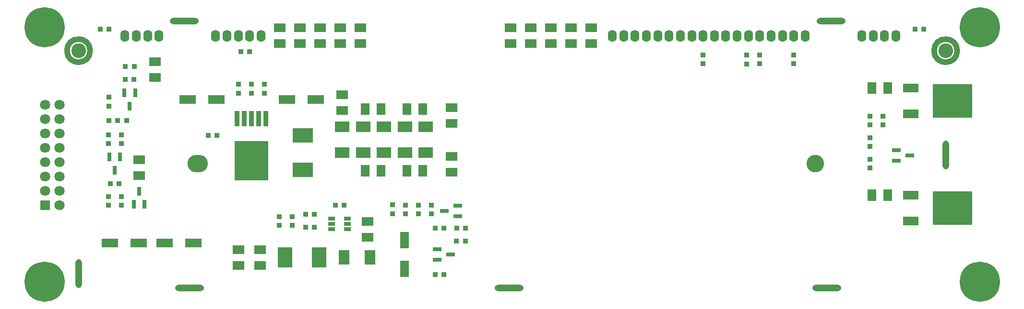
<source format=gbs>
G04*
G04 #@! TF.GenerationSoftware,Altium Limited,Altium Designer,22.1.2 (22)*
G04*
G04 Layer_Color=16711935*
%FSLAX25Y25*%
%MOIN*%
G70*
G04*
G04 #@! TF.SameCoordinates,8EE64DC1-8580-4971-BFB0-55DE03F2C5D5*
G04*
G04*
G04 #@! TF.FilePolarity,Negative*
G04*
G01*
G75*
%ADD12O,0.20085X0.04337*%
%ADD13O,0.14179X0.12211*%
%ADD14O,0.04337X0.20085*%
%ADD15O,0.06266X0.08274*%
%ADD16C,0.12211*%
%ADD17C,0.10243*%
%ADD18C,0.27959*%
%ADD19C,0.07093*%
%ADD20R,0.07093X0.07093*%
%ADD53C,0.04100*%
%ADD54R,0.06109X0.02762*%
%ADD55R,0.03747X0.03747*%
%ADD56R,0.02762X0.06109*%
%ADD57R,0.06124X0.11817*%
%ADD58R,0.11817X0.06124*%
%ADD59R,0.03747X0.03747*%
%ADD60R,0.08400X0.06400*%
%ADD61R,0.07687X0.10243*%
%ADD62R,0.04900X0.02800*%
%ADD63R,0.10085X0.14179*%
%ADD64R,0.14179X0.10085*%
%ADD65R,0.03550X0.10636*%
%ADD66R,0.23235X0.27175*%
%ADD67R,0.10243X0.07687*%
%ADD68R,0.27175X0.23235*%
%ADD69R,0.10636X0.05912*%
%ADD70R,0.06400X0.08400*%
D12*
X120473Y15256D02*
D03*
X116929Y201279D02*
D03*
X562992Y15256D02*
D03*
X342520D02*
D03*
X565945Y201279D02*
D03*
D13*
X125984Y101870D02*
D03*
D14*
X43307Y25098D02*
D03*
X645669Y107776D02*
D03*
D15*
X611024Y190846D02*
D03*
X603150D02*
D03*
X595276D02*
D03*
X587402D02*
D03*
X548032D02*
D03*
X540158D02*
D03*
X532284D02*
D03*
X524410D02*
D03*
X516536D02*
D03*
X508662D02*
D03*
X500788D02*
D03*
X492914D02*
D03*
X485040D02*
D03*
X477166D02*
D03*
X453544D02*
D03*
X469292D02*
D03*
X461418D02*
D03*
X445670D02*
D03*
X437796D02*
D03*
X429922D02*
D03*
X422048D02*
D03*
X414174D02*
D03*
X83464D02*
D03*
X170079D02*
D03*
X162205D02*
D03*
X154331D02*
D03*
X146457D02*
D03*
X138583D02*
D03*
X99212D02*
D03*
X91338D02*
D03*
X75590D02*
D03*
D16*
X555118Y101870D02*
D03*
D17*
X43307Y180610D02*
D03*
X645669D02*
D03*
D18*
X19685Y19685D02*
D03*
X669291D02*
D03*
Y196850D02*
D03*
X19685D02*
D03*
D19*
X30000Y143000D02*
D03*
X20000D02*
D03*
Y133000D02*
D03*
X30000D02*
D03*
Y123000D02*
D03*
X20000D02*
D03*
Y113000D02*
D03*
X30000D02*
D03*
Y103000D02*
D03*
X20000D02*
D03*
Y93000D02*
D03*
X30000D02*
D03*
Y83000D02*
D03*
X20000D02*
D03*
X30000Y73000D02*
D03*
D20*
X20000D02*
D03*
D53*
X653731Y180610D02*
G03*
X653731Y180610I-8062J0D01*
G01*
X51369D02*
G03*
X51369Y180610I-8062J0D01*
G01*
D54*
X297374Y69000D02*
D03*
X306626Y65260D02*
D03*
Y72740D02*
D03*
X292374Y34760D02*
D03*
Y42240D02*
D03*
X301626Y38500D02*
D03*
X620626Y107500D02*
D03*
X611374Y111240D02*
D03*
Y103760D02*
D03*
D55*
X306000Y57000D02*
D03*
X312102D02*
D03*
X290949Y24500D02*
D03*
X297051D02*
D03*
X207209Y66501D02*
D03*
X201107D02*
D03*
X227709Y73001D02*
D03*
X221607D02*
D03*
X207209Y57501D02*
D03*
X201107D02*
D03*
X297051Y57000D02*
D03*
X290949D02*
D03*
X312000Y48000D02*
D03*
X305898D02*
D03*
X139500Y121500D02*
D03*
X133398D02*
D03*
X64551Y195500D02*
D03*
X58449D02*
D03*
X624449D02*
D03*
X630551D02*
D03*
X75874Y169449D02*
D03*
X81976D02*
D03*
X75772Y160449D02*
D03*
X81874D02*
D03*
X65449Y88000D02*
D03*
X71551D02*
D03*
X70500Y132000D02*
D03*
X64398D02*
D03*
X76602D02*
D03*
X155949Y180000D02*
D03*
X162051D02*
D03*
D56*
X64760Y106575D02*
D03*
X72240D02*
D03*
X68500Y97323D02*
D03*
X89240Y73425D02*
D03*
X81760D02*
D03*
X85500Y82677D02*
D03*
X75134Y151075D02*
D03*
X82614D02*
D03*
X78874Y141823D02*
D03*
D57*
X269660Y48541D02*
D03*
Y28462D02*
D03*
D58*
X118960Y146502D02*
D03*
X139039D02*
D03*
X187960D02*
D03*
X208039D02*
D03*
X123039Y46500D02*
D03*
X102961D02*
D03*
X85039D02*
D03*
X64961D02*
D03*
D59*
X270500Y73051D02*
D03*
Y66949D02*
D03*
X64500Y142000D02*
D03*
Y148102D02*
D03*
X182658Y65052D02*
D03*
Y58950D02*
D03*
X191658Y65052D02*
D03*
Y58950D02*
D03*
X261500Y67000D02*
D03*
Y73102D02*
D03*
X279500Y73051D02*
D03*
Y66949D02*
D03*
X288500D02*
D03*
Y73051D02*
D03*
X163500Y151000D02*
D03*
Y157102D02*
D03*
X172500D02*
D03*
Y151000D02*
D03*
X154500Y157102D02*
D03*
Y151000D02*
D03*
X602000Y135051D02*
D03*
Y128949D02*
D03*
X593000Y135051D02*
D03*
Y128949D02*
D03*
Y113898D02*
D03*
Y120000D02*
D03*
X477000Y177551D02*
D03*
Y171449D02*
D03*
X64000Y79000D02*
D03*
Y72898D02*
D03*
X593000Y105051D02*
D03*
Y98949D02*
D03*
X507500Y171398D02*
D03*
Y177500D02*
D03*
X73000Y115898D02*
D03*
Y122000D02*
D03*
X64000Y115898D02*
D03*
Y122000D02*
D03*
X73000Y79000D02*
D03*
Y72898D02*
D03*
X516500Y171449D02*
D03*
Y177551D02*
D03*
X540000D02*
D03*
Y171449D02*
D03*
D60*
X154500Y42000D02*
D03*
Y31000D02*
D03*
X169500Y42000D02*
D03*
Y31000D02*
D03*
X244158Y50501D02*
D03*
Y61501D02*
D03*
X302500Y130000D02*
D03*
Y141000D02*
D03*
X85500Y104500D02*
D03*
Y93500D02*
D03*
X239000Y185500D02*
D03*
Y196500D02*
D03*
X211000D02*
D03*
Y185500D02*
D03*
X225000D02*
D03*
Y196500D02*
D03*
X197000D02*
D03*
Y185500D02*
D03*
X343500D02*
D03*
Y196500D02*
D03*
X385500D02*
D03*
Y185500D02*
D03*
X357500D02*
D03*
Y196500D02*
D03*
X371500D02*
D03*
Y185500D02*
D03*
X302500Y107000D02*
D03*
Y96000D02*
D03*
X226500Y139000D02*
D03*
Y150000D02*
D03*
X96500Y162000D02*
D03*
Y173000D02*
D03*
X183000Y185500D02*
D03*
Y196500D02*
D03*
X399500Y185500D02*
D03*
Y196500D02*
D03*
D61*
X245658Y36501D02*
D03*
X227658D02*
D03*
D62*
X219108Y56261D02*
D03*
Y60001D02*
D03*
Y63741D02*
D03*
X230208D02*
D03*
Y60001D02*
D03*
Y56261D02*
D03*
D63*
X210587Y36501D02*
D03*
X186729D02*
D03*
D64*
X199000Y121429D02*
D03*
Y97571D02*
D03*
D65*
X153500Y133181D02*
D03*
X158500D02*
D03*
X163500D02*
D03*
X168500D02*
D03*
X173500D02*
D03*
D66*
X163500Y104046D02*
D03*
D67*
X226500Y127500D02*
D03*
Y109500D02*
D03*
X284500Y127500D02*
D03*
Y109500D02*
D03*
X270000D02*
D03*
Y127500D02*
D03*
X255500D02*
D03*
Y109500D02*
D03*
X241000D02*
D03*
Y127500D02*
D03*
D68*
X650500Y145500D02*
D03*
Y71000D02*
D03*
D69*
X621364Y154496D02*
D03*
Y136504D02*
D03*
Y79996D02*
D03*
Y62004D02*
D03*
D70*
X594500Y154500D02*
D03*
X605500D02*
D03*
X594500Y80000D02*
D03*
X605500D02*
D03*
X271500Y140000D02*
D03*
X282500D02*
D03*
X253500D02*
D03*
X242500D02*
D03*
X282500Y97000D02*
D03*
X271500D02*
D03*
X253500D02*
D03*
X242500D02*
D03*
M02*

</source>
